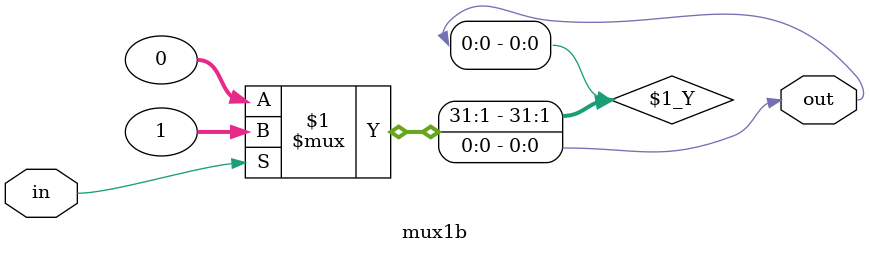
<source format=v>
module mux1b(in, out);
  input in;
  output out;
  assign out =(in) ? 1:0;
endmodule

  

</source>
